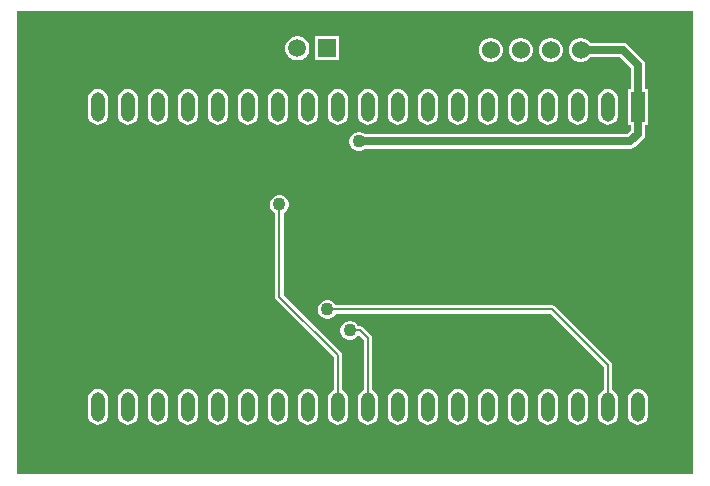
<source format=gtl>
G04*
G04 #@! TF.GenerationSoftware,Altium Limited,Altium Designer,21.3.2 (30)*
G04*
G04 Layer_Physical_Order=1*
G04 Layer_Color=255*
%FSTAX24Y24*%
%MOIN*%
G70*
G04*
G04 #@! TF.SameCoordinates,7CA10C46-D00E-43F5-BDD8-F0146F79C00B*
G04*
G04*
G04 #@! TF.FilePolarity,Positive*
G04*
G01*
G75*
%ADD11C,0.0079*%
%ADD18C,0.0276*%
%ADD19C,0.0600*%
%ADD20C,0.0598*%
%ADD21R,0.0598X0.0598*%
%ADD22R,0.0472X0.0984*%
%ADD23O,0.0472X0.0984*%
%ADD24C,0.0433*%
G36*
X022683Y015596D02*
Y000152D01*
X000152D01*
Y015596D01*
X022683Y015596D01*
D02*
G37*
%LPC*%
G36*
X010899Y014749D02*
X010101D01*
Y013951D01*
X010899D01*
Y014749D01*
D02*
G37*
G36*
X009553D02*
X009447D01*
X009346Y014722D01*
X009255Y014669D01*
X009181Y014595D01*
X009128Y014504D01*
X009101Y014403D01*
Y014297D01*
X009128Y014196D01*
X009181Y014105D01*
X009255Y014031D01*
X009346Y013978D01*
X009447Y013951D01*
X009553D01*
X009654Y013978D01*
X009745Y014031D01*
X009819Y014105D01*
X009872Y014196D01*
X009899Y014297D01*
Y014403D01*
X009872Y014504D01*
X009819Y014595D01*
X009745Y014669D01*
X009654Y014722D01*
X009553Y014749D01*
D02*
G37*
G36*
X018003Y0147D02*
X017897D01*
X017796Y014673D01*
X017704Y01462D01*
X01763Y014546D01*
X017577Y014454D01*
X01755Y014353D01*
Y014247D01*
X017577Y014146D01*
X01763Y014054D01*
X017704Y01398D01*
X017796Y013927D01*
X017897Y0139D01*
X018003D01*
X018104Y013927D01*
X018196Y01398D01*
X01827Y014054D01*
X018323Y014146D01*
X01835Y014247D01*
Y014353D01*
X018323Y014454D01*
X01827Y014546D01*
X018196Y01462D01*
X018104Y014673D01*
X018003Y0147D01*
D02*
G37*
G36*
X017003D02*
X016897D01*
X016796Y014673D01*
X016704Y01462D01*
X01663Y014546D01*
X016577Y014454D01*
X01655Y014353D01*
Y014247D01*
X016577Y014146D01*
X01663Y014054D01*
X016704Y01398D01*
X016796Y013927D01*
X016897Y0139D01*
X017003D01*
X017104Y013927D01*
X017196Y01398D01*
X01727Y014054D01*
X017323Y014146D01*
X01735Y014247D01*
Y014353D01*
X017323Y014454D01*
X01727Y014546D01*
X017196Y01462D01*
X017104Y014673D01*
X017003Y0147D01*
D02*
G37*
G36*
X016003D02*
X015897D01*
X015796Y014673D01*
X015704Y01462D01*
X01563Y014546D01*
X015577Y014454D01*
X01555Y014353D01*
Y014247D01*
X015577Y014146D01*
X01563Y014054D01*
X015704Y01398D01*
X015796Y013927D01*
X015897Y0139D01*
X016003D01*
X016104Y013927D01*
X016196Y01398D01*
X01627Y014054D01*
X016323Y014146D01*
X01635Y014247D01*
Y014353D01*
X016323Y014454D01*
X01627Y014546D01*
X016196Y01462D01*
X016104Y014673D01*
X016003Y0147D01*
D02*
G37*
G36*
X01985Y012995D02*
X019762Y012983D01*
X01968Y01295D01*
X01961Y012896D01*
X019556Y012825D01*
X019522Y012744D01*
X019511Y012656D01*
Y012144D01*
X019522Y012056D01*
X019556Y011975D01*
X01961Y011904D01*
X01968Y01185D01*
X019762Y011817D01*
X01985Y011805D01*
X019938Y011817D01*
X02002Y01185D01*
X02009Y011904D01*
X020144Y011975D01*
X020178Y012056D01*
X020189Y012144D01*
Y012656D01*
X020178Y012744D01*
X020144Y012825D01*
X02009Y012896D01*
X02002Y01295D01*
X019938Y012983D01*
X01985Y012995D01*
D02*
G37*
G36*
X01885D02*
X018762Y012983D01*
X01868Y01295D01*
X01861Y012896D01*
X018556Y012825D01*
X018522Y012744D01*
X018511Y012656D01*
Y012144D01*
X018522Y012056D01*
X018556Y011975D01*
X01861Y011904D01*
X01868Y01185D01*
X018762Y011817D01*
X01885Y011805D01*
X018938Y011817D01*
X01902Y01185D01*
X01909Y011904D01*
X019144Y011975D01*
X019178Y012056D01*
X019189Y012144D01*
Y012656D01*
X019178Y012744D01*
X019144Y012825D01*
X01909Y012896D01*
X01902Y01295D01*
X018938Y012983D01*
X01885Y012995D01*
D02*
G37*
G36*
X01785D02*
X017762Y012983D01*
X01768Y01295D01*
X01761Y012896D01*
X017556Y012825D01*
X017522Y012744D01*
X017511Y012656D01*
Y012144D01*
X017522Y012056D01*
X017556Y011975D01*
X01761Y011904D01*
X01768Y01185D01*
X017762Y011817D01*
X01785Y011805D01*
X017938Y011817D01*
X01802Y01185D01*
X01809Y011904D01*
X018144Y011975D01*
X018178Y012056D01*
X018189Y012144D01*
Y012656D01*
X018178Y012744D01*
X018144Y012825D01*
X01809Y012896D01*
X01802Y01295D01*
X017938Y012983D01*
X01785Y012995D01*
D02*
G37*
G36*
X01685D02*
X016762Y012983D01*
X01668Y01295D01*
X01661Y012896D01*
X016556Y012825D01*
X016522Y012744D01*
X016511Y012656D01*
Y012144D01*
X016522Y012056D01*
X016556Y011975D01*
X01661Y011904D01*
X01668Y01185D01*
X016762Y011817D01*
X01685Y011805D01*
X016938Y011817D01*
X01702Y01185D01*
X01709Y011904D01*
X017144Y011975D01*
X017178Y012056D01*
X017189Y012144D01*
Y012656D01*
X017178Y012744D01*
X017144Y012825D01*
X01709Y012896D01*
X01702Y01295D01*
X016938Y012983D01*
X01685Y012995D01*
D02*
G37*
G36*
X01585D02*
X015762Y012983D01*
X01568Y01295D01*
X01561Y012896D01*
X015556Y012825D01*
X015522Y012744D01*
X015511Y012656D01*
Y012144D01*
X015522Y012056D01*
X015556Y011975D01*
X01561Y011904D01*
X01568Y01185D01*
X015762Y011817D01*
X01585Y011805D01*
X015938Y011817D01*
X01602Y01185D01*
X01609Y011904D01*
X016144Y011975D01*
X016178Y012056D01*
X016189Y012144D01*
Y012656D01*
X016178Y012744D01*
X016144Y012825D01*
X01609Y012896D01*
X01602Y01295D01*
X015938Y012983D01*
X01585Y012995D01*
D02*
G37*
G36*
X01485D02*
X014762Y012983D01*
X01468Y01295D01*
X01461Y012896D01*
X014556Y012825D01*
X014522Y012744D01*
X014511Y012656D01*
Y012144D01*
X014522Y012056D01*
X014556Y011975D01*
X01461Y011904D01*
X01468Y01185D01*
X014762Y011817D01*
X01485Y011805D01*
X014938Y011817D01*
X01502Y01185D01*
X01509Y011904D01*
X015144Y011975D01*
X015178Y012056D01*
X015189Y012144D01*
Y012656D01*
X015178Y012744D01*
X015144Y012825D01*
X01509Y012896D01*
X01502Y01295D01*
X014938Y012983D01*
X01485Y012995D01*
D02*
G37*
G36*
X01385D02*
X013762Y012983D01*
X01368Y01295D01*
X01361Y012896D01*
X013556Y012825D01*
X013522Y012744D01*
X013511Y012656D01*
Y012144D01*
X013522Y012056D01*
X013556Y011975D01*
X01361Y011904D01*
X01368Y01185D01*
X013762Y011817D01*
X01385Y011805D01*
X013938Y011817D01*
X01402Y01185D01*
X01409Y011904D01*
X014144Y011975D01*
X014178Y012056D01*
X014189Y012144D01*
Y012656D01*
X014178Y012744D01*
X014144Y012825D01*
X01409Y012896D01*
X01402Y01295D01*
X013938Y012983D01*
X01385Y012995D01*
D02*
G37*
G36*
X01285D02*
X012762Y012983D01*
X01268Y01295D01*
X01261Y012896D01*
X012556Y012825D01*
X012522Y012744D01*
X012511Y012656D01*
Y012144D01*
X012522Y012056D01*
X012556Y011975D01*
X01261Y011904D01*
X01268Y01185D01*
X012762Y011817D01*
X01285Y011805D01*
X012938Y011817D01*
X01302Y01185D01*
X01309Y011904D01*
X013144Y011975D01*
X013178Y012056D01*
X013189Y012144D01*
Y012656D01*
X013178Y012744D01*
X013144Y012825D01*
X01309Y012896D01*
X01302Y01295D01*
X012938Y012983D01*
X01285Y012995D01*
D02*
G37*
G36*
X01185D02*
X011762Y012983D01*
X01168Y01295D01*
X01161Y012896D01*
X011556Y012825D01*
X011522Y012744D01*
X011511Y012656D01*
Y012144D01*
X011522Y012056D01*
X011556Y011975D01*
X01161Y011904D01*
X01168Y01185D01*
X011762Y011817D01*
X01185Y011805D01*
X011938Y011817D01*
X01202Y01185D01*
X01209Y011904D01*
X012144Y011975D01*
X012178Y012056D01*
X012189Y012144D01*
Y012656D01*
X012178Y012744D01*
X012144Y012825D01*
X01209Y012896D01*
X01202Y01295D01*
X011938Y012983D01*
X01185Y012995D01*
D02*
G37*
G36*
X01085D02*
X010762Y012983D01*
X01068Y01295D01*
X01061Y012896D01*
X010556Y012825D01*
X010522Y012744D01*
X010511Y012656D01*
Y012144D01*
X010522Y012056D01*
X010556Y011975D01*
X01061Y011904D01*
X01068Y01185D01*
X010762Y011817D01*
X01085Y011805D01*
X010938Y011817D01*
X01102Y01185D01*
X01109Y011904D01*
X011144Y011975D01*
X011178Y012056D01*
X011189Y012144D01*
Y012656D01*
X011178Y012744D01*
X011144Y012825D01*
X01109Y012896D01*
X01102Y01295D01*
X010938Y012983D01*
X01085Y012995D01*
D02*
G37*
G36*
X00985D02*
X009762Y012983D01*
X00968Y01295D01*
X00961Y012896D01*
X009556Y012825D01*
X009522Y012744D01*
X009511Y012656D01*
Y012144D01*
X009522Y012056D01*
X009556Y011975D01*
X00961Y011904D01*
X00968Y01185D01*
X009762Y011817D01*
X00985Y011805D01*
X009938Y011817D01*
X01002Y01185D01*
X01009Y011904D01*
X010144Y011975D01*
X010178Y012056D01*
X010189Y012144D01*
Y012656D01*
X010178Y012744D01*
X010144Y012825D01*
X01009Y012896D01*
X01002Y01295D01*
X009938Y012983D01*
X00985Y012995D01*
D02*
G37*
G36*
X00885D02*
X008762Y012983D01*
X00868Y01295D01*
X00861Y012896D01*
X008556Y012825D01*
X008522Y012744D01*
X008511Y012656D01*
Y012144D01*
X008522Y012056D01*
X008556Y011975D01*
X00861Y011904D01*
X00868Y01185D01*
X008762Y011817D01*
X00885Y011805D01*
X008938Y011817D01*
X00902Y01185D01*
X00909Y011904D01*
X009144Y011975D01*
X009178Y012056D01*
X009189Y012144D01*
Y012656D01*
X009178Y012744D01*
X009144Y012825D01*
X00909Y012896D01*
X00902Y01295D01*
X008938Y012983D01*
X00885Y012995D01*
D02*
G37*
G36*
X00785D02*
X007762Y012983D01*
X00768Y01295D01*
X00761Y012896D01*
X007556Y012825D01*
X007522Y012744D01*
X007511Y012656D01*
Y012144D01*
X007522Y012056D01*
X007556Y011975D01*
X00761Y011904D01*
X00768Y01185D01*
X007762Y011817D01*
X00785Y011805D01*
X007938Y011817D01*
X00802Y01185D01*
X00809Y011904D01*
X008144Y011975D01*
X008178Y012056D01*
X008189Y012144D01*
Y012656D01*
X008178Y012744D01*
X008144Y012825D01*
X00809Y012896D01*
X00802Y01295D01*
X007938Y012983D01*
X00785Y012995D01*
D02*
G37*
G36*
X00685D02*
X006762Y012983D01*
X00668Y01295D01*
X00661Y012896D01*
X006556Y012825D01*
X006522Y012744D01*
X006511Y012656D01*
Y012144D01*
X006522Y012056D01*
X006556Y011975D01*
X00661Y011904D01*
X00668Y01185D01*
X006762Y011817D01*
X00685Y011805D01*
X006938Y011817D01*
X00702Y01185D01*
X00709Y011904D01*
X007144Y011975D01*
X007178Y012056D01*
X007189Y012144D01*
Y012656D01*
X007178Y012744D01*
X007144Y012825D01*
X00709Y012896D01*
X00702Y01295D01*
X006938Y012983D01*
X00685Y012995D01*
D02*
G37*
G36*
X00585D02*
X005762Y012983D01*
X00568Y01295D01*
X00561Y012896D01*
X005556Y012825D01*
X005522Y012744D01*
X005511Y012656D01*
Y012144D01*
X005522Y012056D01*
X005556Y011975D01*
X00561Y011904D01*
X00568Y01185D01*
X005762Y011817D01*
X00585Y011805D01*
X005938Y011817D01*
X00602Y01185D01*
X00609Y011904D01*
X006144Y011975D01*
X006178Y012056D01*
X006189Y012144D01*
Y012656D01*
X006178Y012744D01*
X006144Y012825D01*
X00609Y012896D01*
X00602Y01295D01*
X005938Y012983D01*
X00585Y012995D01*
D02*
G37*
G36*
X00485D02*
X004762Y012983D01*
X00468Y01295D01*
X00461Y012896D01*
X004556Y012825D01*
X004522Y012744D01*
X004511Y012656D01*
Y012144D01*
X004522Y012056D01*
X004556Y011975D01*
X00461Y011904D01*
X00468Y01185D01*
X004762Y011817D01*
X00485Y011805D01*
X004938Y011817D01*
X00502Y01185D01*
X00509Y011904D01*
X005144Y011975D01*
X005178Y012056D01*
X005189Y012144D01*
Y012656D01*
X005178Y012744D01*
X005144Y012825D01*
X00509Y012896D01*
X00502Y01295D01*
X004938Y012983D01*
X00485Y012995D01*
D02*
G37*
G36*
X00385D02*
X003762Y012983D01*
X00368Y01295D01*
X00361Y012896D01*
X003556Y012825D01*
X003522Y012744D01*
X003511Y012656D01*
Y012144D01*
X003522Y012056D01*
X003556Y011975D01*
X00361Y011904D01*
X00368Y01185D01*
X003762Y011817D01*
X00385Y011805D01*
X003938Y011817D01*
X00402Y01185D01*
X00409Y011904D01*
X004144Y011975D01*
X004178Y012056D01*
X004189Y012144D01*
Y012656D01*
X004178Y012744D01*
X004144Y012825D01*
X00409Y012896D01*
X00402Y01295D01*
X003938Y012983D01*
X00385Y012995D01*
D02*
G37*
G36*
X00285D02*
X002762Y012983D01*
X00268Y01295D01*
X00261Y012896D01*
X002556Y012825D01*
X002522Y012744D01*
X002511Y012656D01*
Y012144D01*
X002522Y012056D01*
X002556Y011975D01*
X00261Y011904D01*
X00268Y01185D01*
X002762Y011817D01*
X00285Y011805D01*
X002938Y011817D01*
X00302Y01185D01*
X00309Y011904D01*
X003144Y011975D01*
X003178Y012056D01*
X003189Y012144D01*
Y012656D01*
X003178Y012744D01*
X003144Y012825D01*
X00309Y012896D01*
X00302Y01295D01*
X002938Y012983D01*
X00285Y012995D01*
D02*
G37*
G36*
X019003Y0147D02*
X018897D01*
X018796Y014673D01*
X018704Y01462D01*
X01863Y014546D01*
X018577Y014454D01*
X01855Y014353D01*
Y014247D01*
X018577Y014146D01*
X01863Y014054D01*
X018704Y01398D01*
X018796Y013927D01*
X018897Y0139D01*
X019003D01*
X019104Y013927D01*
X019196Y01398D01*
X01927Y014054D01*
X019272Y014058D01*
X02025D01*
X020608Y0137D01*
Y012992D01*
X020514D01*
Y011808D01*
X020608D01*
Y011608D01*
X020492Y011492D01*
X011755D01*
X011744Y011503D01*
X011672Y011545D01*
X011592Y011567D01*
X011508D01*
X011428Y011545D01*
X011356Y011503D01*
X011297Y011444D01*
X011255Y011372D01*
X011233Y011292D01*
Y011208D01*
X011255Y011128D01*
X011297Y011056D01*
X011356Y010997D01*
X011428Y010955D01*
X011508Y010933D01*
X011592D01*
X011672Y010955D01*
X011744Y010997D01*
X011755Y011008D01*
X020592D01*
X020685Y011026D01*
X020764Y011079D01*
X021021Y011336D01*
X021074Y011415D01*
X021092Y011508D01*
X021092Y011508D01*
Y011808D01*
X021186D01*
Y012992D01*
X021092D01*
Y0138D01*
X021074Y013893D01*
X021021Y013971D01*
X020521Y014471D01*
X020443Y014524D01*
X02035Y014542D01*
X019272D01*
X01927Y014546D01*
X019196Y01462D01*
X019104Y014673D01*
X019003Y0147D01*
D02*
G37*
G36*
X02085Y002995D02*
X020762Y002983D01*
X02068Y00295D01*
X02061Y002896D01*
X020556Y002825D01*
X020522Y002744D01*
X020511Y002656D01*
Y002144D01*
X020522Y002056D01*
X020556Y001975D01*
X02061Y001904D01*
X02068Y00185D01*
X020762Y001817D01*
X02085Y001805D01*
X020938Y001817D01*
X02102Y00185D01*
X02109Y001904D01*
X021144Y001975D01*
X021178Y002056D01*
X021189Y002144D01*
Y002656D01*
X021178Y002744D01*
X021144Y002825D01*
X02109Y002896D01*
X02102Y00295D01*
X020938Y002983D01*
X02085Y002995D01*
D02*
G37*
G36*
X010542Y005967D02*
X010458D01*
X010378Y005945D01*
X010306Y005903D01*
X010247Y005844D01*
X010205Y005772D01*
X010183Y005692D01*
Y005608D01*
X010205Y005528D01*
X010247Y005456D01*
X010306Y005397D01*
X010378Y005355D01*
X010458Y005333D01*
X010542D01*
X010622Y005355D01*
X010694Y005397D01*
X010753Y005456D01*
X010783Y005508D01*
X017941D01*
X019708Y003741D01*
Y002961D01*
X01968Y00295D01*
X01961Y002896D01*
X019556Y002825D01*
X019522Y002744D01*
X019511Y002656D01*
Y002144D01*
X019522Y002056D01*
X019556Y001975D01*
X01961Y001904D01*
X01968Y00185D01*
X019762Y001817D01*
X01985Y001805D01*
X019938Y001817D01*
X02002Y00185D01*
X02009Y001904D01*
X020144Y001975D01*
X020178Y002056D01*
X020189Y002144D01*
Y002656D01*
X020178Y002744D01*
X020144Y002825D01*
X02009Y002896D01*
X02002Y00295D01*
X019992Y002961D01*
Y0038D01*
X019981Y003854D01*
X01995Y0039D01*
X0181Y00575D01*
X018054Y005781D01*
X018Y005792D01*
X010783D01*
X010753Y005844D01*
X010694Y005903D01*
X010622Y005945D01*
X010542Y005967D01*
D02*
G37*
G36*
X01885Y002995D02*
X018762Y002983D01*
X01868Y00295D01*
X01861Y002896D01*
X018556Y002825D01*
X018522Y002744D01*
X018511Y002656D01*
Y002144D01*
X018522Y002056D01*
X018556Y001975D01*
X01861Y001904D01*
X01868Y00185D01*
X018762Y001817D01*
X01885Y001805D01*
X018938Y001817D01*
X01902Y00185D01*
X01909Y001904D01*
X019144Y001975D01*
X019178Y002056D01*
X019189Y002144D01*
Y002656D01*
X019178Y002744D01*
X019144Y002825D01*
X01909Y002896D01*
X01902Y00295D01*
X018938Y002983D01*
X01885Y002995D01*
D02*
G37*
G36*
X01785D02*
X017762Y002983D01*
X01768Y00295D01*
X01761Y002896D01*
X017556Y002825D01*
X017522Y002744D01*
X017511Y002656D01*
Y002144D01*
X017522Y002056D01*
X017556Y001975D01*
X01761Y001904D01*
X01768Y00185D01*
X017762Y001817D01*
X01785Y001805D01*
X017938Y001817D01*
X01802Y00185D01*
X01809Y001904D01*
X018144Y001975D01*
X018178Y002056D01*
X018189Y002144D01*
Y002656D01*
X018178Y002744D01*
X018144Y002825D01*
X01809Y002896D01*
X01802Y00295D01*
X017938Y002983D01*
X01785Y002995D01*
D02*
G37*
G36*
X01685D02*
X016762Y002983D01*
X01668Y00295D01*
X01661Y002896D01*
X016556Y002825D01*
X016522Y002744D01*
X016511Y002656D01*
Y002144D01*
X016522Y002056D01*
X016556Y001975D01*
X01661Y001904D01*
X01668Y00185D01*
X016762Y001817D01*
X01685Y001805D01*
X016938Y001817D01*
X01702Y00185D01*
X01709Y001904D01*
X017144Y001975D01*
X017178Y002056D01*
X017189Y002144D01*
Y002656D01*
X017178Y002744D01*
X017144Y002825D01*
X01709Y002896D01*
X01702Y00295D01*
X016938Y002983D01*
X01685Y002995D01*
D02*
G37*
G36*
X01585D02*
X015762Y002983D01*
X01568Y00295D01*
X01561Y002896D01*
X015556Y002825D01*
X015522Y002744D01*
X015511Y002656D01*
Y002144D01*
X015522Y002056D01*
X015556Y001975D01*
X01561Y001904D01*
X01568Y00185D01*
X015762Y001817D01*
X01585Y001805D01*
X015938Y001817D01*
X01602Y00185D01*
X01609Y001904D01*
X016144Y001975D01*
X016178Y002056D01*
X016189Y002144D01*
Y002656D01*
X016178Y002744D01*
X016144Y002825D01*
X01609Y002896D01*
X01602Y00295D01*
X015938Y002983D01*
X01585Y002995D01*
D02*
G37*
G36*
X01485D02*
X014762Y002983D01*
X01468Y00295D01*
X01461Y002896D01*
X014556Y002825D01*
X014522Y002744D01*
X014511Y002656D01*
Y002144D01*
X014522Y002056D01*
X014556Y001975D01*
X01461Y001904D01*
X01468Y00185D01*
X014762Y001817D01*
X01485Y001805D01*
X014938Y001817D01*
X01502Y00185D01*
X01509Y001904D01*
X015144Y001975D01*
X015178Y002056D01*
X015189Y002144D01*
Y002656D01*
X015178Y002744D01*
X015144Y002825D01*
X01509Y002896D01*
X01502Y00295D01*
X014938Y002983D01*
X01485Y002995D01*
D02*
G37*
G36*
X01385D02*
X013762Y002983D01*
X01368Y00295D01*
X01361Y002896D01*
X013556Y002825D01*
X013522Y002744D01*
X013511Y002656D01*
Y002144D01*
X013522Y002056D01*
X013556Y001975D01*
X01361Y001904D01*
X01368Y00185D01*
X013762Y001817D01*
X01385Y001805D01*
X013938Y001817D01*
X01402Y00185D01*
X01409Y001904D01*
X014144Y001975D01*
X014178Y002056D01*
X014189Y002144D01*
Y002656D01*
X014178Y002744D01*
X014144Y002825D01*
X01409Y002896D01*
X01402Y00295D01*
X013938Y002983D01*
X01385Y002995D01*
D02*
G37*
G36*
X01285D02*
X012762Y002983D01*
X01268Y00295D01*
X01261Y002896D01*
X012556Y002825D01*
X012522Y002744D01*
X012511Y002656D01*
Y002144D01*
X012522Y002056D01*
X012556Y001975D01*
X01261Y001904D01*
X01268Y00185D01*
X012762Y001817D01*
X01285Y001805D01*
X012938Y001817D01*
X01302Y00185D01*
X01309Y001904D01*
X013144Y001975D01*
X013178Y002056D01*
X013189Y002144D01*
Y002656D01*
X013178Y002744D01*
X013144Y002825D01*
X01309Y002896D01*
X01302Y00295D01*
X012938Y002983D01*
X01285Y002995D01*
D02*
G37*
G36*
X011292Y005267D02*
X011208D01*
X011128Y005245D01*
X011056Y005203D01*
X010997Y005144D01*
X010955Y005072D01*
X010933Y004992D01*
Y004908D01*
X010955Y004828D01*
X010997Y004756D01*
X011056Y004697D01*
X011128Y004655D01*
X011208Y004633D01*
X011292D01*
X011372Y004655D01*
X011444Y004697D01*
X011503Y004756D01*
X01151Y004768D01*
X011573Y004776D01*
X011708Y004641D01*
Y002961D01*
X01168Y00295D01*
X01161Y002896D01*
X011556Y002825D01*
X011522Y002744D01*
X011511Y002656D01*
Y002144D01*
X011522Y002056D01*
X011556Y001975D01*
X01161Y001904D01*
X01168Y00185D01*
X011762Y001817D01*
X01185Y001805D01*
X011938Y001817D01*
X01202Y00185D01*
X01209Y001904D01*
X012144Y001975D01*
X012178Y002056D01*
X012189Y002144D01*
Y002656D01*
X012178Y002744D01*
X012144Y002825D01*
X01209Y002896D01*
X01202Y00295D01*
X011992Y002961D01*
Y0047D01*
X011981Y004754D01*
X01195Y0048D01*
X0117Y00505D01*
X011654Y005081D01*
X0116Y005092D01*
X011533D01*
X011503Y005144D01*
X011444Y005203D01*
X011372Y005245D01*
X011292Y005267D01*
D02*
G37*
G36*
X008942Y009467D02*
X008858D01*
X008778Y009445D01*
X008706Y009403D01*
X008647Y009344D01*
X008605Y009272D01*
X008583Y009192D01*
Y009108D01*
X008605Y009028D01*
X008647Y008956D01*
X008706Y008897D01*
X008758Y008867D01*
Y006073D01*
X008769Y006019D01*
X0088Y005973D01*
X010708Y004064D01*
Y002961D01*
X01068Y00295D01*
X01061Y002896D01*
X010556Y002825D01*
X010522Y002744D01*
X010511Y002656D01*
Y002144D01*
X010522Y002056D01*
X010556Y001975D01*
X01061Y001904D01*
X01068Y00185D01*
X010762Y001817D01*
X01085Y001805D01*
X010938Y001817D01*
X01102Y00185D01*
X01109Y001904D01*
X011144Y001975D01*
X011178Y002056D01*
X011189Y002144D01*
Y002656D01*
X011178Y002744D01*
X011144Y002825D01*
X01109Y002896D01*
X01102Y00295D01*
X010992Y002961D01*
Y004123D01*
X010981Y004177D01*
X01095Y004223D01*
X009042Y006132D01*
Y008867D01*
X009094Y008897D01*
X009153Y008956D01*
X009195Y009028D01*
X009217Y009108D01*
Y009192D01*
X009195Y009272D01*
X009153Y009344D01*
X009094Y009403D01*
X009022Y009445D01*
X008942Y009467D01*
D02*
G37*
G36*
X00985Y002995D02*
X009762Y002983D01*
X00968Y00295D01*
X00961Y002896D01*
X009556Y002825D01*
X009522Y002744D01*
X009511Y002656D01*
Y002144D01*
X009522Y002056D01*
X009556Y001975D01*
X00961Y001904D01*
X00968Y00185D01*
X009762Y001817D01*
X00985Y001805D01*
X009938Y001817D01*
X01002Y00185D01*
X01009Y001904D01*
X010144Y001975D01*
X010178Y002056D01*
X010189Y002144D01*
Y002656D01*
X010178Y002744D01*
X010144Y002825D01*
X01009Y002896D01*
X01002Y00295D01*
X009938Y002983D01*
X00985Y002995D01*
D02*
G37*
G36*
X00885D02*
X008762Y002983D01*
X00868Y00295D01*
X00861Y002896D01*
X008556Y002825D01*
X008522Y002744D01*
X008511Y002656D01*
Y002144D01*
X008522Y002056D01*
X008556Y001975D01*
X00861Y001904D01*
X00868Y00185D01*
X008762Y001817D01*
X00885Y001805D01*
X008938Y001817D01*
X00902Y00185D01*
X00909Y001904D01*
X009144Y001975D01*
X009178Y002056D01*
X009189Y002144D01*
Y002656D01*
X009178Y002744D01*
X009144Y002825D01*
X00909Y002896D01*
X00902Y00295D01*
X008938Y002983D01*
X00885Y002995D01*
D02*
G37*
G36*
X00785D02*
X007762Y002983D01*
X00768Y00295D01*
X00761Y002896D01*
X007556Y002825D01*
X007522Y002744D01*
X007511Y002656D01*
Y002144D01*
X007522Y002056D01*
X007556Y001975D01*
X00761Y001904D01*
X00768Y00185D01*
X007762Y001817D01*
X00785Y001805D01*
X007938Y001817D01*
X00802Y00185D01*
X00809Y001904D01*
X008144Y001975D01*
X008178Y002056D01*
X008189Y002144D01*
Y002656D01*
X008178Y002744D01*
X008144Y002825D01*
X00809Y002896D01*
X00802Y00295D01*
X007938Y002983D01*
X00785Y002995D01*
D02*
G37*
G36*
X00685D02*
X006762Y002983D01*
X00668Y00295D01*
X00661Y002896D01*
X006556Y002825D01*
X006522Y002744D01*
X006511Y002656D01*
Y002144D01*
X006522Y002056D01*
X006556Y001975D01*
X00661Y001904D01*
X00668Y00185D01*
X006762Y001817D01*
X00685Y001805D01*
X006938Y001817D01*
X00702Y00185D01*
X00709Y001904D01*
X007144Y001975D01*
X007178Y002056D01*
X007189Y002144D01*
Y002656D01*
X007178Y002744D01*
X007144Y002825D01*
X00709Y002896D01*
X00702Y00295D01*
X006938Y002983D01*
X00685Y002995D01*
D02*
G37*
G36*
X00585D02*
X005762Y002983D01*
X00568Y00295D01*
X00561Y002896D01*
X005556Y002825D01*
X005522Y002744D01*
X005511Y002656D01*
Y002144D01*
X005522Y002056D01*
X005556Y001975D01*
X00561Y001904D01*
X00568Y00185D01*
X005762Y001817D01*
X00585Y001805D01*
X005938Y001817D01*
X00602Y00185D01*
X00609Y001904D01*
X006144Y001975D01*
X006178Y002056D01*
X006189Y002144D01*
Y002656D01*
X006178Y002744D01*
X006144Y002825D01*
X00609Y002896D01*
X00602Y00295D01*
X005938Y002983D01*
X00585Y002995D01*
D02*
G37*
G36*
X00485D02*
X004762Y002983D01*
X00468Y00295D01*
X00461Y002896D01*
X004556Y002825D01*
X004522Y002744D01*
X004511Y002656D01*
Y002144D01*
X004522Y002056D01*
X004556Y001975D01*
X00461Y001904D01*
X00468Y00185D01*
X004762Y001817D01*
X00485Y001805D01*
X004938Y001817D01*
X00502Y00185D01*
X00509Y001904D01*
X005144Y001975D01*
X005178Y002056D01*
X005189Y002144D01*
Y002656D01*
X005178Y002744D01*
X005144Y002825D01*
X00509Y002896D01*
X00502Y00295D01*
X004938Y002983D01*
X00485Y002995D01*
D02*
G37*
G36*
X00385D02*
X003762Y002983D01*
X00368Y00295D01*
X00361Y002896D01*
X003556Y002825D01*
X003522Y002744D01*
X003511Y002656D01*
Y002144D01*
X003522Y002056D01*
X003556Y001975D01*
X00361Y001904D01*
X00368Y00185D01*
X003762Y001817D01*
X00385Y001805D01*
X003938Y001817D01*
X00402Y00185D01*
X00409Y001904D01*
X004144Y001975D01*
X004178Y002056D01*
X004189Y002144D01*
Y002656D01*
X004178Y002744D01*
X004144Y002825D01*
X00409Y002896D01*
X00402Y00295D01*
X003938Y002983D01*
X00385Y002995D01*
D02*
G37*
G36*
X00285D02*
X002762Y002983D01*
X00268Y00295D01*
X00261Y002896D01*
X002556Y002825D01*
X002522Y002744D01*
X002511Y002656D01*
Y002144D01*
X002522Y002056D01*
X002556Y001975D01*
X00261Y001904D01*
X00268Y00185D01*
X002762Y001817D01*
X00285Y001805D01*
X002938Y001817D01*
X00302Y00185D01*
X00309Y001904D01*
X003144Y001975D01*
X003178Y002056D01*
X003189Y002144D01*
Y002656D01*
X003178Y002744D01*
X003144Y002825D01*
X00309Y002896D01*
X00302Y00295D01*
X002938Y002983D01*
X00285Y002995D01*
D02*
G37*
%LPD*%
D11*
X01085Y0024D02*
Y004123D01*
X0089Y006073D02*
X01085Y004123D01*
X0089Y006073D02*
Y00915D01*
X0105Y00565D02*
X018D01*
X01985Y0024D02*
Y0038D01*
X018Y00565D02*
X01985Y0038D01*
X01125Y00495D02*
X0116D01*
X01185Y0024D02*
Y0047D01*
X0116Y00495D02*
X01185Y0047D01*
D18*
X02085Y0124D02*
Y0138D01*
Y011508D02*
Y0124D01*
X01155Y01125D02*
X020592D01*
X02085Y011508D01*
X01895Y0143D02*
X02035D01*
X02085Y0138D01*
D19*
X01595Y0143D02*
D03*
X01895D02*
D03*
X01695D02*
D03*
X01795D02*
D03*
D20*
X0095Y01435D02*
D03*
D21*
X0105D02*
D03*
D22*
X02085Y0124D02*
D03*
D23*
X01985D02*
D03*
X01885D02*
D03*
X01785D02*
D03*
X01685D02*
D03*
X01585D02*
D03*
X01485D02*
D03*
X01385D02*
D03*
X01285D02*
D03*
X01185D02*
D03*
X01085D02*
D03*
X00985D02*
D03*
X00885D02*
D03*
X00785D02*
D03*
X00685D02*
D03*
X00585D02*
D03*
X00485D02*
D03*
X00385D02*
D03*
X00285D02*
D03*
X02085Y0024D02*
D03*
X01985D02*
D03*
X01885D02*
D03*
X01785D02*
D03*
X01685D02*
D03*
X01585D02*
D03*
X01485D02*
D03*
X01385D02*
D03*
X01285D02*
D03*
X01185D02*
D03*
X01085D02*
D03*
X00985D02*
D03*
X00885D02*
D03*
X00785D02*
D03*
X00685D02*
D03*
X00585D02*
D03*
X00485D02*
D03*
X00385D02*
D03*
X00285D02*
D03*
D24*
X0089Y00915D02*
D03*
X01125Y00495D02*
D03*
X0105Y00565D02*
D03*
X01155Y01125D02*
D03*
M02*

</source>
